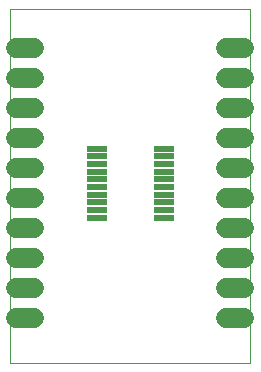
<source format=gts>
G75*
%MOIN*%
%OFA0B0*%
%FSLAX25Y25*%
%IPPOS*%
%LPD*%
%AMOC8*
5,1,8,0,0,1.08239X$1,22.5*
%
%ADD10C,0.00000*%
%ADD11R,0.06600X0.02200*%
%ADD12C,0.06800*%
D10*
X0010800Y0001500D02*
X0010800Y0119610D01*
X0090721Y0119610D01*
X0090721Y0001500D01*
X0010800Y0001500D01*
D11*
X0039700Y0050000D03*
X0039700Y0052500D03*
X0039700Y0055100D03*
X0039700Y0057700D03*
X0039700Y0060200D03*
X0039700Y0062800D03*
X0039700Y0065300D03*
X0039700Y0067900D03*
X0039700Y0070500D03*
X0039700Y0073000D03*
X0061900Y0073000D03*
X0061900Y0070500D03*
X0061900Y0067900D03*
X0061900Y0065300D03*
X0061900Y0062800D03*
X0061900Y0060200D03*
X0061900Y0057700D03*
X0061900Y0055100D03*
X0061900Y0052500D03*
X0061900Y0050000D03*
D12*
X0082800Y0046500D02*
X0088800Y0046500D01*
X0088800Y0036500D02*
X0082800Y0036500D01*
X0082800Y0026500D02*
X0088800Y0026500D01*
X0088800Y0016500D02*
X0082800Y0016500D01*
X0082800Y0056500D02*
X0088800Y0056500D01*
X0088800Y0066500D02*
X0082800Y0066500D01*
X0082800Y0076500D02*
X0088800Y0076500D01*
X0088800Y0086500D02*
X0082800Y0086500D01*
X0082800Y0096500D02*
X0088800Y0096500D01*
X0088800Y0106500D02*
X0082800Y0106500D01*
X0018800Y0106500D02*
X0012800Y0106500D01*
X0012800Y0096500D02*
X0018800Y0096500D01*
X0018800Y0086500D02*
X0012800Y0086500D01*
X0012800Y0076500D02*
X0018800Y0076500D01*
X0018800Y0066500D02*
X0012800Y0066500D01*
X0012800Y0056500D02*
X0018800Y0056500D01*
X0018800Y0046500D02*
X0012800Y0046500D01*
X0012800Y0036500D02*
X0018800Y0036500D01*
X0018800Y0026500D02*
X0012800Y0026500D01*
X0012800Y0016500D02*
X0018800Y0016500D01*
M02*

</source>
